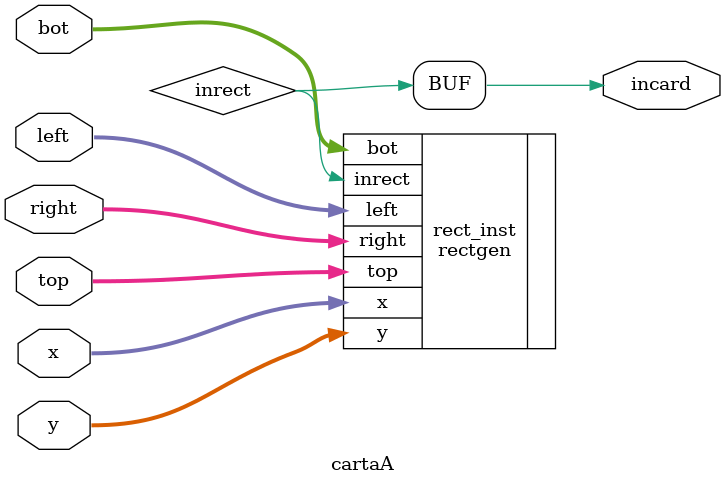
<source format=sv>
module cartaA(
    input logic [9:0] x, y, 
    input logic [9:0] left, right, top, bot, // cuadrado
    output logic incard
);

logic inrect, incircle;

    // Rectángulo de la carta
    rectgen rect_inst (
        .x(x), .y(y),
        .left(left), .right(right),
        .top(top), .bot(bot),
        .inrect(inrect)
    );
	 
	 assign incard = inrect;
    
endmodule

</source>
